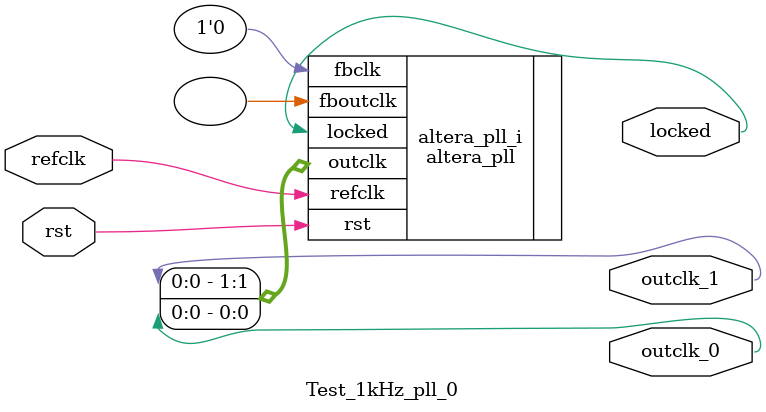
<source format=v>
`timescale 1ns/10ps
module  Test_1kHz_pll_0(

	// interface 'refclk'
	input wire refclk,

	// interface 'reset'
	input wire rst,

	// interface 'outclk0'
	output wire outclk_0,

	// interface 'outclk1'
	output wire outclk_1,

	// interface 'locked'
	output wire locked
);

	altera_pll #(
		.fractional_vco_multiplier("false"),
		.reference_clock_frequency("50.0 MHz"),
		.operation_mode("direct"),
		.number_of_clocks(2),
		.output_clock_frequency0("24.000000 MHz"),
		.phase_shift0("0 ps"),
		.duty_cycle0(50),
		.output_clock_frequency1("12.000000 MHz"),
		.phase_shift1("0 ps"),
		.duty_cycle1(50),
		.output_clock_frequency2("0 MHz"),
		.phase_shift2("0 ps"),
		.duty_cycle2(50),
		.output_clock_frequency3("0 MHz"),
		.phase_shift3("0 ps"),
		.duty_cycle3(50),
		.output_clock_frequency4("0 MHz"),
		.phase_shift4("0 ps"),
		.duty_cycle4(50),
		.output_clock_frequency5("0 MHz"),
		.phase_shift5("0 ps"),
		.duty_cycle5(50),
		.output_clock_frequency6("0 MHz"),
		.phase_shift6("0 ps"),
		.duty_cycle6(50),
		.output_clock_frequency7("0 MHz"),
		.phase_shift7("0 ps"),
		.duty_cycle7(50),
		.output_clock_frequency8("0 MHz"),
		.phase_shift8("0 ps"),
		.duty_cycle8(50),
		.output_clock_frequency9("0 MHz"),
		.phase_shift9("0 ps"),
		.duty_cycle9(50),
		.output_clock_frequency10("0 MHz"),
		.phase_shift10("0 ps"),
		.duty_cycle10(50),
		.output_clock_frequency11("0 MHz"),
		.phase_shift11("0 ps"),
		.duty_cycle11(50),
		.output_clock_frequency12("0 MHz"),
		.phase_shift12("0 ps"),
		.duty_cycle12(50),
		.output_clock_frequency13("0 MHz"),
		.phase_shift13("0 ps"),
		.duty_cycle13(50),
		.output_clock_frequency14("0 MHz"),
		.phase_shift14("0 ps"),
		.duty_cycle14(50),
		.output_clock_frequency15("0 MHz"),
		.phase_shift15("0 ps"),
		.duty_cycle15(50),
		.output_clock_frequency16("0 MHz"),
		.phase_shift16("0 ps"),
		.duty_cycle16(50),
		.output_clock_frequency17("0 MHz"),
		.phase_shift17("0 ps"),
		.duty_cycle17(50),
		.pll_type("General"),
		.pll_subtype("General")
	) altera_pll_i (
		.rst	(rst),
		.outclk	({outclk_1, outclk_0}),
		.locked	(locked),
		.fboutclk	( ),
		.fbclk	(1'b0),
		.refclk	(refclk)
	);
endmodule


</source>
